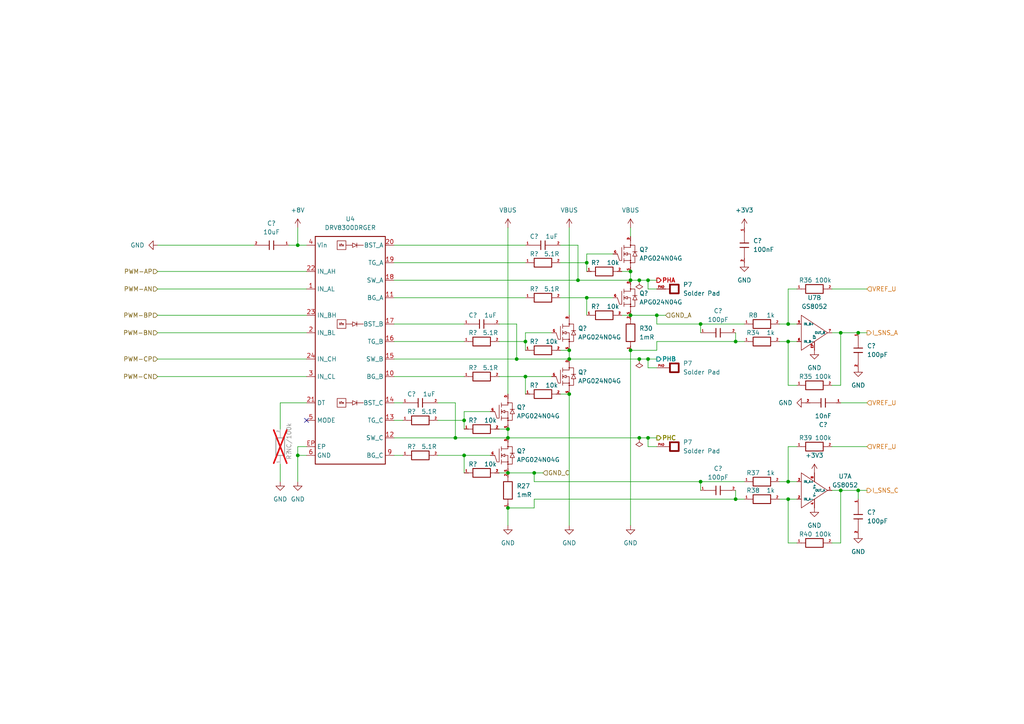
<source format=kicad_sch>
(kicad_sch (version 20230121) (generator eeschema)
  (paper "A4")
  (lib_symbols
    (symbol "001_Basic_PassiveComponents:001_Resistor" (pin_names (offset 1.016))
      (property "Reference" "R" (at -4.445 -2.54 0))
      (property "Value" "001_Resistor" (at 0 2.54 0))
      (symbol "001_Resistor_0_1"
        (polyline (pts (xy -3.81 0) (xy -2.54 0)))
        (polyline (pts (xy 2.54 0) (xy 3.81 0)))
      )
      (symbol "001_Resistor_1_1"
        (rectangle (start -2.54 1.27) (end 2.54 -1.27) (stroke (width 0.254)))
        (pin passive line (at -5.08 0 0) (length 1.27) (name "~") (number "1"))
        (pin passive line (at 5.08 0 180) (length 1.27) (name "~") (number "2"))
      )
    )
    (symbol "001_Basic_PassiveComponents:101_Capacitor" (pin_names (offset 1.016))
      (property "Reference" "C" (at -4.445 -2.54 0))
      (property "Value" "101_Capacitor" (at 0 2.54 0))
      (symbol "101_Capacitor_0_1"
        (polyline (pts (xy -3.81 0) (xy -0.635 0)))
        (polyline (pts (xy 0.635 0) (xy 3.81 0)))
      )
      (symbol "101_Capacitor_1_1"
        (polyline (pts (xy -0.635 1.27) (xy -0.635 -1.27)) (stroke (width 0.254)))
        (polyline (pts (xy 0.635 1.27) (xy 0.635 -1.27)) (stroke (width 0.254)))
        (pin passive line (at -5.08 0 0) (length 1.27) (name "~") (number "1"))
        (pin passive line (at 5.08 0 180) (length 1.27) (name "~") (number "2"))
      )
    )
    (symbol "101_IntegratedCircuit_Amplifier:GS8052-FR" (pin_names (offset 0.635))
      (property "Reference" "U" (at 2.54 3.81 0))
      (property "Value" "GS8052" (at 6.35 6.35 0))
      (symbol "GS8052-FR_0_1"
        (polyline (pts (xy -3.81 5.08) (xy 3.81 0) (xy -3.81 -5.08) (xy -3.81 5.08)))
      )
      (symbol "GS8052-FR_1_1"
        (pin output line (at 5.08 0 180) (length 1.27) (name "OUT_A") (number "1"))
        (pin input line (at -5.08 -2.54 0) (length 1.27) (name "IN_A-") (number "2"))
        (pin input line (at -5.08 2.54 0) (length 1.27) (name "IN_A+") (number "3"))
        (pin power_in line (at 0 -5.08 90) (length 2.54) (name "V-") (number "4"))
        (pin power_in line (at 0 5.08 270) (length 2.54) (name "V+") (number "8"))
      )
      (symbol "GS8052-FR_2_1"
        (pin input line (at -5.08 2.54 0) (length 1.27) (name "IN_B+") (number "5"))
        (pin input line (at -5.08 -2.54 0) (length 1.27) (name "IN_B-") (number "6"))
        (pin output line (at 5.08 0 180) (length 1.27) (name "OUT_B") (number "7"))
        (pin passive line (at 0 -5.08 90) (length 2.54) (name "EP") (number "EP"))
      )
    )
    (symbol "105_IntegratedCircuit_TransistorDriver:DRV8300D"
      (property "Reference" "U" (at -7.62 -35.56 0))
      (property "Value" "DRV8300D" (at 0 35.56 0))
      (symbol "DRV8300D_0_0"
        (text_box "Vin" (at -3.81 -13.97 0) (size 2.54 -2.54) (effects (font (size 0.635 0.635))))
        (text_box "Vin" (at -3.81 8.89 0) (size 2.54 -2.54) (effects (font (size 0.635 0.635))))
        (text_box "Vin" (at -3.81 31.75 0) (size 2.54 -2.54) (effects (font (size 0.635 0.635))))
      )
      (symbol "DRV8300D_0_1"
        (polyline (pts (xy -1.27 -15.24) (xy 0.635 -15.24)))
        (polyline (pts (xy -1.27 7.62) (xy 0.635 7.62)))
        (polyline (pts (xy -1.27 30.48) (xy 0.635 30.48)))
        (polyline (pts (xy 3.81 -15.24) (xy 1.905 -15.24)))
        (polyline (pts (xy 3.81 7.62) (xy 1.905 7.62)))
        (polyline (pts (xy 3.81 30.48) (xy 1.905 30.48)))
      )
      (symbol "DRV8300D_1_1"
        (rectangle (start -10.16 33.02) (end 10.16 -33.02) (stroke (width 0.254)))
        (polyline (pts (xy 1.905 -15.875) (xy 1.905 -14.605)))
        (polyline (pts (xy 1.905 6.985) (xy 1.905 8.255)))
        (polyline (pts (xy 1.905 29.845) (xy 1.905 31.115)))
        (polyline (pts (xy 0.635 -15.875) (xy 1.905 -15.24) (xy 0.635 -14.605) (xy 0.635 -15.875)))
        (polyline (pts (xy 0.635 6.985) (xy 1.905 7.62) (xy 0.635 8.255) (xy 0.635 6.985)))
        (polyline (pts (xy 0.635 29.845) (xy 1.905 30.48) (xy 0.635 31.115) (xy 0.635 29.845)))
        (pin input line (at -12.7 17.78 0) (length 2.54) (name "IN_AL") (number "1"))
        (pin output line (at 12.7 -7.62 180) (length 2.54) (name "BG_B") (number "10"))
        (pin output line (at 12.7 15.24 180) (length 2.54) (name "BG_A") (number "11"))
        (pin power_in line (at 12.7 -25.4 180) (length 2.54) (name "SW_C") (number "12"))
        (pin output line (at 12.7 -20.32 180) (length 2.54) (name "TG_C") (number "13"))
        (pin power_out line (at 12.7 -15.24 180) (length 2.54) (name "BST_C") (number "14"))
        (pin power_in line (at 12.7 -2.54 180) (length 2.54) (name "SW_B") (number "15"))
        (pin output line (at 12.7 2.54 180) (length 2.54) (name "TG_B") (number "16"))
        (pin power_out line (at 12.7 7.62 180) (length 2.54) (name "BST_B") (number "17"))
        (pin power_in line (at 12.7 20.32 180) (length 2.54) (name "SW_A") (number "18"))
        (pin output line (at 12.7 25.4 180) (length 2.54) (name "TG_A") (number "19"))
        (pin input line (at -12.7 5.08 0) (length 2.54) (name "IN_BL") (number "2"))
        (pin power_out line (at 12.7 30.48 180) (length 2.54) (name "BST_A") (number "20"))
        (pin passive line (at -12.7 -15.24 0) (length 2.54) (name "DT") (number "21"))
        (pin input line (at -12.7 22.86 0) (length 2.54) (name "IN_AH") (number "22"))
        (pin input line (at -12.7 10.16 0) (length 2.54) (name "IN_BH") (number "23"))
        (pin input line (at -12.7 -2.54 0) (length 2.54) (name "IN_CH") (number "24"))
        (pin input line (at -12.7 -7.62 0) (length 2.54) (name "IN_CL") (number "3"))
        (pin power_in line (at -12.7 30.48 0) (length 2.54) (name "Vin") (number "4"))
        (pin passive line (at -12.7 -20.32 0) (length 2.54) (name "MODE") (number "5"))
        (pin power_in line (at -12.7 -30.48 0) (length 2.54) (name "GND") (number "6"))
        (pin no_connect line (at -2.54 -35.56 90) (length 2.54) hide (name "NC") (number "7"))
        (pin no_connect line (at 0 -35.56 90) (length 2.54) hide (name "NC") (number "8"))
        (pin output line (at 12.7 -30.48 180) (length 2.54) (name "BG_C") (number "9"))
        (pin passive line (at -12.7 -27.94 0) (length 2.54) (name "EP") (number "EP"))
      )
    )
    (symbol "202_Power_Transistor:HSBA4052" (pin_names (offset 1.016) hide)
      (property "Reference" "Q" (at 3.175 -1.27 0))
      (property "Value" "HSBA4052" (at 7.62 1.27 0))
      (symbol "HSBA4052_0_1"
        (circle (center 0 -2.54) (radius 0.127) (fill (type outline)))
        (circle (center 0 -1.905) (radius 0.127) (fill (type outline)))
        (polyline (pts (xy -1.905 -1.905) (xy 0 -1.905)))
        (polyline (pts (xy -1.905 -1.27) (xy -1.905 -2.54)))
        (polyline (pts (xy -1.905 0.635) (xy -1.905 -0.635)))
        (polyline (pts (xy -1.905 1.905) (xy 0 1.905)))
        (polyline (pts (xy -1.905 2.54) (xy -1.905 1.27)))
        (polyline (pts (xy 0 -1.905) (xy 0 -3.81)))
        (polyline (pts (xy 0 3.81) (xy 0 1.905)))
        (polyline (pts (xy 0.635 0.635) (xy 1.905 0.635)))
        (polyline (pts (xy -0.889 0) (xy 0 0) (xy 0 -1.905)))
        (polyline (pts (xy 0 -2.54) (xy 1.27 -2.54) (xy 1.27 -0.635)))
        (polyline (pts (xy 0 2.54) (xy 1.27 2.54) (xy 1.27 0.635)))
        (polyline (pts (xy -2.54 1.905) (xy -2.54 -1.905) (xy -3.175 -1.905) (xy -3.81 0)))
        (polyline (pts (xy -1.905 0) (xy -0.889 0.381) (xy -0.889 -0.381) (xy -1.905 0)))
        (polyline (pts (xy 1.27 0.635) (xy 0.635 -0.635) (xy 1.905 -0.635) (xy 1.27 0.635)))
        (circle (center 0 2.54) (radius 0.127) (fill (type outline)))
      )
      (symbol "HSBA4052_1_1"
        (pin passive line (at 0 5.08 270) (length 1.27) (name "Drain") (number "D"))
        (pin passive line (at -5.08 0 0) (length 1.27) (name "Gate") (number "G"))
        (pin passive line (at 0 -5.08 90) (length 1.27) (name "Source") (number "S"))
      )
    )
    (symbol "301_Link_Pad:Pad_Square" (pin_names hide)
      (property "Reference" "P" (at -2.54 -2.54 0))
      (property "Value" "Pad_Square" (at 0 3.81 0))
      (symbol "Pad_Square_0_1"
        (rectangle (start -1.27 1.27) (end 1.27 -1.27) (stroke (width 0.5)))
        (polyline (pts (xy -2.54 0) (xy -1.27 0)) (stroke (width 0.1524)))
      )
      (symbol "Pad_Square_1_1"
        (pin passive line (at -5.08 0 0) (length 2.54) (name "PAD") (number "PAD"))
      )
    )
    (symbol "PowerPort:+3V3" (power) (pin_names (offset 0))
      (property "Value" "+3V3" (at 0 3.556 0))
      (symbol "+3V3_0_1"
        (polyline (pts (xy -0.762 1.27) (xy 0 2.54)))
        (polyline (pts (xy 0 0) (xy 0 2.54)))
        (polyline (pts (xy 0 2.54) (xy 0.762 1.27)))
      )
      (symbol "+3V3_1_1"
        (pin power_in line (at 0 0 90) (length 0) hide (name "+3V3") (number "1"))
      )
    )
    (symbol "PowerPort:+8V" (power) (pin_names (offset 0))
      (property "Value" "+8V" (at 0 3.556 0))
      (symbol "+8V_0_1"
        (polyline (pts (xy -0.762 1.27) (xy 0 2.54)))
        (polyline (pts (xy 0 0) (xy 0 2.54)))
        (polyline (pts (xy 0 2.54) (xy 0.762 1.27)))
      )
      (symbol "+8V_1_1"
        (pin power_in line (at 0 0 90) (length 0) hide (name "+8V") (number "1"))
      )
    )
    (symbol "PowerPort:GND" (power) (pin_names (offset 0))
      (property "Value" "GND" (at 0 -3.81 0))
      (symbol "GND_0_1"
        (polyline (pts (xy 0 0) (xy 0 -1.27) (xy 1.27 -1.27) (xy 0 -2.54) (xy -1.27 -1.27) (xy 0 -1.27)))
      )
      (symbol "GND_1_1"
        (pin power_in line (at 0 0 270) (length 0) hide (name "GND") (number "1"))
      )
    )
    (symbol "PowerPort:PWR_FLAG" (power) (pin_numbers hide) (pin_names (offset 0) hide)
      (property "Value" "PWR_FLAG" (at 0 3.81 0))
      (symbol "PWR_FLAG_0_0"
        (pin power_out line (at 0 0 90) (length 0) (name "pwr") (number "1"))
      )
      (symbol "PWR_FLAG_0_1"
        (polyline (pts (xy 0 0) (xy 0 1.27) (xy -1.016 1.905) (xy 0 2.54) (xy 1.016 1.905) (xy 0 1.27)))
      )
    )
    (symbol "PowerPort:VBUS" (power) (pin_names (offset 0))
      (property "Value" "VBUS" (at 0 3.81 0))
      (symbol "VBUS_0_1"
        (polyline (pts (xy -0.762 1.27) (xy 0 2.54)))
        (polyline (pts (xy 0 0) (xy 0 2.54)))
        (polyline (pts (xy 0 2.54) (xy 0.762 1.27)))
      )
      (symbol "VBUS_1_1"
        (pin power_in line (at 0 0 90) (length 0) hide (name "VBUS") (number "1"))
      )
    )
  )
  (junction (at 147.32 137.16))
  (junction (at 228.6 93.98))
  (junction (at 147.32 124.46))
  (junction (at 86.36 71.12))
  (junction (at 190.5 91.44))
  (junction (at 185.42 81.28))
  (junction (at 152.4 109.22))
  (junction (at 134.62 121.92))
  (junction (at 213.36 144.78))
  (junction (at 132.08 127))
  (junction (at 149.86 104.14))
  (junction (at 154.94 137.16))
  (junction (at 187.96 104.14))
  (junction (at 182.88 101.6))
  (junction (at 86.36 132.08))
  (junction (at 185.42 104.14))
  (junction (at 170.18 76.2))
  (junction (at 167.64 81.28))
  (junction (at 228.6 139.7))
  (junction (at 203.2 139.7))
  (junction (at 147.32 127))
  (junction (at 228.6 99.06))
  (junction (at 134.62 132.08))
  (junction (at 187.96 127))
  (junction (at 243.84 96.52))
  (junction (at 248.92 96.52))
  (junction (at 213.36 99.06))
  (junction (at 147.32 147.32))
  (junction (at 170.18 86.36))
  (junction (at 187.96 81.28))
  (junction (at 185.42 127))
  (junction (at 165.1 101.6))
  (junction (at 248.92 142.24))
  (junction (at 182.88 91.44))
  (junction (at 243.84 142.24))
  (junction (at 228.6 144.78))
  (junction (at 182.88 78.74))
  (junction (at 203.2 93.98))
  (junction (at 165.1 104.14))
  (junction (at 182.88 81.28))
  (junction (at 152.4 99.06))
  (junction (at 165.1 114.3))
  (no_connect (at 88.9 121.92))
  (wire (pts (xy 243.84 96.52) (xy 243.84 111.76)))
  (wire (pts (xy 114.3 93.98) (xy 134.62 93.98)))
  (wire (pts (xy 226.06 144.78) (xy 228.6 144.78)))
  (wire (pts (xy 45.72 109.22) (xy 88.9 109.22)))
  (wire (pts (xy 167.64 81.28) (xy 182.88 81.28)))
  (wire (pts (xy 134.62 119.38) (xy 142.24 119.38)))
  (wire (pts (xy 243.84 96.52) (xy 248.92 96.52)))
  (wire (pts (xy 187.96 83.82) (xy 187.96 81.28)))
  (wire (pts (xy 226.06 99.06) (xy 228.6 99.06)))
  (wire (pts (xy 127 116.84) (xy 132.08 116.84)))
  (wire (pts (xy 231.14 83.82) (xy 228.6 83.82)))
  (wire (pts (xy 241.3 111.76) (xy 243.84 111.76)))
  (wire (pts (xy 241.3 157.48) (xy 243.84 157.48)))
  (wire (pts (xy 114.3 116.84) (xy 116.84 116.84)))
  (wire (pts (xy 162.56 76.2) (xy 170.18 76.2)))
  (wire (pts (xy 185.42 81.28) (xy 187.96 81.28)))
  (wire (pts (xy 114.3 76.2) (xy 152.4 76.2)))
  (wire (pts (xy 114.3 86.36) (xy 152.4 86.36)))
  (wire (pts (xy 114.3 104.14) (xy 149.86 104.14)))
  (wire (pts (xy 228.6 93.98) (xy 231.14 93.98)))
  (wire (pts (xy 147.32 127) (xy 147.32 124.46)))
  (wire (pts (xy 180.34 91.44) (xy 182.88 91.44)))
  (wire (pts (xy 228.6 83.82) (xy 228.6 93.98)))
  (wire (pts (xy 86.36 132.08) (xy 88.9 132.08)))
  (wire (pts (xy 152.4 114.3) (xy 152.4 109.22)))
  (wire (pts (xy 149.86 104.14) (xy 165.1 104.14)))
  (wire (pts (xy 45.72 71.12) (xy 73.66 71.12)))
  (wire (pts (xy 81.28 134.62) (xy 81.28 139.7)))
  (wire (pts (xy 162.56 86.36) (xy 170.18 86.36)))
  (wire (pts (xy 165.1 114.3) (xy 165.1 152.4)))
  (wire (pts (xy 154.94 144.78) (xy 154.94 147.32)))
  (wire (pts (xy 182.88 66.04) (xy 182.88 68.58)))
  (wire (pts (xy 228.6 99.06) (xy 231.14 99.06)))
  (wire (pts (xy 152.4 109.22) (xy 160.02 109.22)))
  (wire (pts (xy 170.18 86.36) (xy 177.8 86.36)))
  (wire (pts (xy 147.32 137.16) (xy 154.94 137.16)))
  (wire (pts (xy 86.36 129.54) (xy 88.9 129.54)))
  (wire (pts (xy 190.5 129.54) (xy 187.96 129.54)))
  (wire (pts (xy 154.94 137.16) (xy 157.48 137.16)))
  (wire (pts (xy 134.62 132.08) (xy 142.24 132.08)))
  (wire (pts (xy 243.84 157.48) (xy 243.84 142.24)))
  (wire (pts (xy 144.78 137.16) (xy 147.32 137.16)))
  (wire (pts (xy 248.92 96.52) (xy 251.46 96.52)))
  (wire (pts (xy 144.78 93.98) (xy 149.86 93.98)))
  (wire (pts (xy 154.94 137.16) (xy 154.94 139.7)))
  (wire (pts (xy 134.62 137.16) (xy 134.62 132.08)))
  (wire (pts (xy 228.6 139.7) (xy 231.14 139.7)))
  (wire (pts (xy 144.78 109.22) (xy 152.4 109.22)))
  (wire (pts (xy 190.5 93.98) (xy 190.5 91.44)))
  (wire (pts (xy 45.72 83.82) (xy 88.9 83.82)))
  (wire (pts (xy 226.06 139.7) (xy 228.6 139.7)))
  (wire (pts (xy 228.6 144.78) (xy 231.14 144.78)))
  (wire (pts (xy 152.4 96.52) (xy 160.02 96.52)))
  (wire (pts (xy 86.36 132.08) (xy 86.36 129.54)))
  (wire (pts (xy 190.5 106.68) (xy 187.96 106.68)))
  (wire (pts (xy 185.42 127) (xy 187.96 127)))
  (wire (pts (xy 182.88 81.28) (xy 185.42 81.28)))
  (wire (pts (xy 86.36 66.04) (xy 86.36 71.12)))
  (wire (pts (xy 190.5 99.06) (xy 190.5 101.6)))
  (wire (pts (xy 231.14 157.48) (xy 228.6 157.48)))
  (wire (pts (xy 45.72 104.14) (xy 88.9 104.14)))
  (wire (pts (xy 241.3 129.54) (xy 251.46 129.54)))
  (wire (pts (xy 226.06 93.98) (xy 228.6 93.98)))
  (wire (pts (xy 215.9 93.98) (xy 203.2 93.98)))
  (wire (pts (xy 203.2 139.7) (xy 203.2 142.24)))
  (wire (pts (xy 134.62 121.92) (xy 134.62 119.38)))
  (wire (pts (xy 165.1 104.14) (xy 185.42 104.14)))
  (wire (pts (xy 182.88 91.44) (xy 190.5 91.44)))
  (wire (pts (xy 162.56 71.12) (xy 167.64 71.12)))
  (wire (pts (xy 185.42 104.14) (xy 187.96 104.14)))
  (wire (pts (xy 228.6 111.76) (xy 228.6 99.06)))
  (wire (pts (xy 170.18 73.66) (xy 177.8 73.66)))
  (wire (pts (xy 180.34 78.74) (xy 182.88 78.74)))
  (wire (pts (xy 132.08 116.84) (xy 132.08 127)))
  (wire (pts (xy 45.72 96.52) (xy 88.9 96.52)))
  (wire (pts (xy 203.2 93.98) (xy 190.5 93.98)))
  (wire (pts (xy 203.2 93.98) (xy 203.2 96.52)))
  (wire (pts (xy 165.1 66.04) (xy 165.1 91.44)))
  (wire (pts (xy 187.96 129.54) (xy 187.96 127)))
  (wire (pts (xy 167.64 71.12) (xy 167.64 81.28)))
  (wire (pts (xy 187.96 127) (xy 190.5 127)))
  (wire (pts (xy 162.56 101.6) (xy 165.1 101.6)))
  (wire (pts (xy 228.6 129.54) (xy 228.6 139.7)))
  (wire (pts (xy 213.36 99.06) (xy 190.5 99.06)))
  (wire (pts (xy 182.88 101.6) (xy 182.88 152.4)))
  (wire (pts (xy 86.36 71.12) (xy 83.82 71.12)))
  (wire (pts (xy 127 132.08) (xy 134.62 132.08)))
  (wire (pts (xy 114.3 71.12) (xy 152.4 71.12)))
  (wire (pts (xy 45.72 91.44) (xy 88.9 91.44)))
  (wire (pts (xy 81.28 124.46) (xy 81.28 116.84)))
  (wire (pts (xy 114.3 99.06) (xy 134.62 99.06)))
  (wire (pts (xy 144.78 99.06) (xy 152.4 99.06)))
  (wire (pts (xy 228.6 157.48) (xy 228.6 144.78)))
  (wire (pts (xy 213.36 144.78) (xy 154.94 144.78)))
  (wire (pts (xy 127 121.92) (xy 134.62 121.92)))
  (wire (pts (xy 132.08 127) (xy 147.32 127)))
  (wire (pts (xy 243.84 116.84) (xy 251.46 116.84)))
  (wire (pts (xy 182.88 81.28) (xy 182.88 78.74)))
  (wire (pts (xy 231.14 129.54) (xy 228.6 129.54)))
  (wire (pts (xy 45.72 78.74) (xy 88.9 78.74)))
  (wire (pts (xy 187.96 81.28) (xy 190.5 81.28)))
  (wire (pts (xy 170.18 76.2) (xy 170.18 78.74)))
  (wire (pts (xy 215.9 99.06) (xy 213.36 99.06)))
  (wire (pts (xy 213.36 142.24) (xy 213.36 144.78)))
  (wire (pts (xy 187.96 106.68) (xy 187.96 104.14)))
  (wire (pts (xy 190.5 91.44) (xy 193.04 91.44)))
  (wire (pts (xy 241.3 142.24) (xy 243.84 142.24)))
  (wire (pts (xy 165.1 104.14) (xy 165.1 101.6)))
  (wire (pts (xy 114.3 121.92) (xy 116.84 121.92)))
  (wire (pts (xy 147.32 127) (xy 185.42 127)))
  (wire (pts (xy 152.4 99.06) (xy 152.4 101.6)))
  (wire (pts (xy 213.36 96.52) (xy 213.36 99.06)))
  (wire (pts (xy 114.3 132.08) (xy 116.84 132.08)))
  (wire (pts (xy 231.14 111.76) (xy 228.6 111.76)))
  (wire (pts (xy 182.88 101.6) (xy 190.5 101.6)))
  (wire (pts (xy 248.92 142.24) (xy 251.46 142.24)))
  (wire (pts (xy 147.32 66.04) (xy 147.32 114.3)))
  (wire (pts (xy 86.36 139.7) (xy 86.36 132.08)))
  (wire (pts (xy 134.62 121.92) (xy 134.62 124.46)))
  (wire (pts (xy 86.36 71.12) (xy 88.9 71.12)))
  (wire (pts (xy 152.4 99.06) (xy 152.4 96.52)))
  (wire (pts (xy 170.18 91.44) (xy 170.18 86.36)))
  (wire (pts (xy 215.9 144.78) (xy 213.36 144.78)))
  (wire (pts (xy 144.78 124.46) (xy 147.32 124.46)))
  (wire (pts (xy 215.9 139.7) (xy 203.2 139.7)))
  (wire (pts (xy 241.3 83.82) (xy 251.46 83.82)))
  (wire (pts (xy 114.3 81.28) (xy 167.64 81.28)))
  (wire (pts (xy 154.94 147.32) (xy 147.32 147.32)))
  (wire (pts (xy 190.5 83.82) (xy 187.96 83.82)))
  (wire (pts (xy 162.56 114.3) (xy 165.1 114.3)))
  (wire (pts (xy 114.3 109.22) (xy 134.62 109.22)))
  (wire (pts (xy 81.28 116.84) (xy 88.9 116.84)))
  (wire (pts (xy 147.32 147.32) (xy 147.32 152.4)))
  (wire (pts (xy 154.94 139.7) (xy 203.2 139.7)))
  (wire (pts (xy 149.86 93.98) (xy 149.86 104.14)))
  (wire (pts (xy 243.84 142.24) (xy 248.92 142.24)))
  (wire (pts (xy 187.96 104.14) (xy 190.5 104.14)))
  (wire (pts (xy 243.84 96.52) (xy 241.3 96.52)))
  (wire (pts (xy 170.18 76.2) (xy 170.18 73.66)))
  (wire (pts (xy 248.92 142.24) (xy 248.92 144.78)))
  (wire (pts (xy 114.3 127) (xy 132.08 127)))
  (hierarchical_label "PHB" (shape output) (at 190.5 104.14 0) (effects (font (thickness 0.254) bold)))
  (hierarchical_label "GND_A" (shape input) (at 193.04 91.44 0))
  (hierarchical_label "PWM-BN" (shape input) (at 45.72 96.52 180))
  (hierarchical_label "PWM-CP" (shape input) (at 45.72 104.14 180))
  (hierarchical_label "PWM-AP" (shape input) (at 45.72 78.74 180))
  (hierarchical_label "I_SNS_C" (shape output) (at 251.46 142.24 0))
  (hierarchical_label "PHC" (shape output) (at 190.5 127 0) (effects (font (thickness 0.254) bold)))
  (hierarchical_label "GND_C" (shape input) (at 157.48 137.16 0))
  (hierarchical_label "VREF_U" (shape input) (at 251.46 129.54 0))
  (hierarchical_label "PWM-CN" (shape input) (at 45.72 109.22 180))
  (hierarchical_label "VREF_U" (shape input) (at 251.46 83.82 0))
  (hierarchical_label "I_SNS_A" (shape output) (at 251.46 96.52 0))
  (hierarchical_label "PWM-BP" (shape input) (at 45.72 91.44 180))
  (hierarchical_label "PWM-AN" (shape input) (at 45.72 83.82 180))
  (hierarchical_label "PHA" (shape output) (at 190.5 81.28 0) (effects (font bold)))
  (hierarchical_label "VREF_U" (shape input) (at 251.46 116.84 0))
  (symbol (lib_id "001_Basic_PassiveComponents:001_Resistor") (at 220.98 99.06 0) (unit 1)
    (property "Reference" "R34" (at 218.44 96.52 0))
    (property "Value" "1k" (at 223.52 96.52 0))
    (property "Footprint" "001_GN_RCL_SMD:R0201(0603M)" (effects hide))
    (property "Symbol type" "Alternate Source" (effects hide))
  )
  (symbol (lib_id "PowerPort:GND") (at 86.36 139.7 0) (unit 1)
    (property "Reference" "#PWR?" (effects hide))
    (property "Value" "GND" (at 86.36 144.78 0))
    (instances (project "ESC-CTRL" (path "" (reference "#PWR?") (unit 1)) (path "" (reference "#PWR?") (unit 1)) (path "" (reference "#PWR?") (unit 1)) (path "" (reference "#PWR?") (unit 1)) (path "" (reference "#PWR?") (unit 1))) (project "ESC_AT32" (path "" (reference "#PWR?") (unit 1))) (project "WK-ESC305" (path "" (reference "#PWR?") (unit 1)) (path "" (reference "#PWR?") (unit 1)) (path "" (reference "#PWR?") (unit 1)) (path "" (reference "#PWR?") (unit 1))) (project "ESC_GEMINI" (path "" (reference "#PWR081") (unit 1))))
  )
  (symbol (lib_id "PowerPort:VBUS") (at 165.1 66.04 0) (unit 1)
    (property "Reference" "#PWR084" (effects hide))
    (property "Value" "VBUS" (at 165.1 60.96 0))
  )
  (symbol (lib_id "001_Basic_PassiveComponents:101_Capacitor") (at 139.7 93.98 0) (unit 1)
    (property "Reference" "C?" (at 137.16 91.44 0))
    (property "Value" "1uF" (at 142.24 91.44 0))
    (property "Footprint" "001_GN_RCL_SMD:C0201(0603M)" (effects hide))
    (property "Symbol type" "Alternate Source" (effects hide))
    (instances (project "ESC-CTRL" (path "" (reference "C?") (unit 1)) (path "" (reference "C?") (unit 1)) (path "" (reference "C?") (unit 1)) (path "" (reference "C?") (unit 1))) (project "WK-ESC305" (path "" (reference "C?") (unit 1)) (path "" (reference "C?") (unit 1)) (path "" (reference "C?") (unit 1)) (path "" (reference "C?") (unit 1))) (project "ESC_GEMINI" (path "" (reference "C43") (unit 1))))
  )
  (symbol (lib_id "PowerPort:+3V3") (at 215.9 66.04 0) (unit 1)
    (property "Reference" "#PWR?" (effects hide))
    (property "Value" "+3V3" (at 215.9 60.96 0))
    (instances (project "ESC-CTRL" (path "" (reference "#PWR?") (unit 1))) (project "ESC_AT32" (path "" (reference "#PWR?") (unit 1))) (project "WK-ESC305" (path "" (reference "#PWR?") (unit 1))) (project "ESC_GEMINI" (path "" (reference "#PWR?") (unit 1)) (path "" (reference "#PWR092") (unit 1))))
  )
  (symbol (lib_id "PowerPort:GND") (at 248.92 154.94 0) (unit 1)
    (property "Reference" "#PWR?" (effects hide))
    (property "Value" "GND" (at 248.92 160.02 0))
    (instances (project "ESC-CTRL" (path "" (reference "#PWR?") (unit 1)) (path "" (reference "#PWR?") (unit 1)) (path "" (reference "#PWR?") (unit 1)) (path "" (reference "#PWR?") (unit 1)) (path "" (reference "#PWR?") (unit 1))) (project "ESC_AT32" (path "" (reference "#PWR?") (unit 1))) (project "WK-ESC305" (path "" (reference "#PWR?") (unit 1)) (path "" (reference "#PWR?") (unit 1)) (path "" (reference "#PWR?") (unit 1)) (path "" (reference "#PWR?") (unit 1))) (project "ESC_GEMINI" (path "" (reference "#PWR010") (unit 1))))
  )
  (symbol (lib_id "001_Basic_PassiveComponents:001_Resistor") (at 236.22 129.54 0) (unit 1)
    (property "Reference" "R39" (at 233.68 127 0))
    (property "Value" "100k" (at 238.76 127 0))
    (property "Footprint" "001_GN_RCL_SMD:R0201(0603M)" (effects hide))
    (property "Symbol type" "Alternate Source" (effects hide))
  )
  (symbol (lib_id "001_Basic_PassiveComponents:101_Capacitor") (at 238.76 116.84 180) (unit 1)
    (property "Reference" "C?" (at 238.76 123.19 0))
    (property "Value" "10nF" (at 238.76 120.65 0))
    (property "Footprint" "001_GN_RCL_SMD:C0201(0603M)" (effects hide))
    (property "Symbol type" "Alternate Source" (effects hide))
    (instances (project "ESC-CTRL" (path "" (reference "C?") (unit 1))) (project "ESC_AT32" (path "" (reference "C?") (unit 1))) (project "WK-ESC305" (path "" (reference "C?") (unit 1))) (project "ESC_GEMINI" (path "" (reference "C?") (unit 1)) (path "" (reference "C46") (unit 1))))
  )
  (symbol (lib_id "101_IntegratedCircuit_Amplifier:GS8052-FR") (at 236.22 142.24 0) (unit 1)
    (property "Reference" "U7" (at 245.11 138.1555 0))
    (property "Value" "GS8052" (at 245.11 140.6955 0))
    (property "Footprint" "003_GN_SMALL-SEMI_SMD:DFN-8_2020" (effects hide))
    (property "Symbol type" "Alternate Source" (effects hide))
    (property "LCSC" "C605423" (effects hide))
    (property "JlcRotOffset" "0" (effects hide))
  )
  (symbol (lib_id "PowerPort:GND") (at 248.92 106.68 0) (mirror y) (unit 1)
    (property "Reference" "#PWR?" (effects hide))
    (property "Value" "GND" (at 248.92 111.76 0))
    (instances (project "ESC-CTRL" (path "" (reference "#PWR?") (unit 1)) (path "" (reference "#PWR?") (unit 1)) (path "" (reference "#PWR?") (unit 1)) (path "" (reference "#PWR?") (unit 1)) (path "" (reference "#PWR?") (unit 1))) (project "ESC_AT32" (path "" (reference "#PWR?") (unit 1))) (project "WK-ESC305" (path "" (reference "#PWR?") (unit 1)) (path "" (reference "#PWR?") (unit 1)) (path "" (reference "#PWR?") (unit 1)) (path "" (reference "#PWR?") (unit 1))) (project "ESC_GEMINI" (path "" (reference "#PWR011") (unit 1))))
  )
  (symbol (lib_id "PowerPort:VBUS") (at 182.88 66.04 0) (unit 1)
    (property "Reference" "#PWR086" (effects hide))
    (property "Value" "VBUS" (at 182.88 60.96 0))
  )
  (symbol (lib_id "001_Basic_PassiveComponents:001_Resistor") (at 157.48 101.6 0) (unit 1)
    (property "Reference" "R?" (at 154.94 99.06 0))
    (property "Value" "10k" (at 160.02 99.06 0))
    (property "Footprint" "001_GN_RCL_SMD:R0201(0603M)" (effects hide))
    (property "Symbol type" "Alternate Source" (effects hide))
    (instances (project "ESC-CTRL" (path "" (reference "R?") (unit 1)) (path "" (reference "R?") (unit 1)) (path "" (reference "R?") (unit 1)) (path "" (reference "R?") (unit 1))) (project "WK-ESC305" (path "" (reference "R?") (unit 1)) (path "" (reference "R?") (unit 1)) (path "" (reference "R?") (unit 1)) (path "" (reference "R?") (unit 1))) (project "ESC_GEMINI" (path "" (reference "R25") (unit 1))))
  )
  (symbol (lib_id "202_Power_Transistor:HSBA4052") (at 147.32 119.38 0) (unit 1)
    (property "Reference" "Q?" (at 149.86 118.11 0) (effects (justify left)))
    (property "Value" "APG024N04G" (at 149.86 120.65 0) (effects (justify left)))
    (property "Footprint" "ESC:SON-FET_6050" (effects hide))
    (property "Symbol type" "Specified Device" (effects hide))
    (instances (project "WK-ESC305" (path "" (reference "Q?") (unit 1)) (path "" (reference "Q?") (unit 1)) (path "" (reference "Q?") (unit 1)) (path "" (reference "Q?") (unit 1))) (project "ESC_GEMINI" (path "" (reference "Q1") (unit 1))) (project "WK-ESC" (path "" (reference "Q?") (unit 1)) (path "" (reference "Q?") (unit 1)) (path "" (reference "Q?") (unit 1)) (path "" (reference "Q?") (unit 1))))
  )
  (symbol (lib_id "001_Basic_PassiveComponents:101_Capacitor") (at 157.48 71.12 0) (unit 1)
    (property "Reference" "C?" (at 154.94 68.58 0))
    (property "Value" "1uF" (at 160.02 68.58 0))
    (property "Footprint" "001_GN_RCL_SMD:C0201(0603M)" (effects hide))
    (property "Symbol type" "Alternate Source" (effects hide))
    (instances (project "ESC-CTRL" (path "" (reference "C?") (unit 1)) (path "" (reference "C?") (unit 1)) (path "" (reference "C?") (unit 1)) (path "" (reference "C?") (unit 1))) (project "WK-ESC305" (path "" (reference "C?") (unit 1)) (path "" (reference "C?") (unit 1)) (path "" (reference "C?") (unit 1)) (path "" (reference "C?") (unit 1))) (project "ESC_GEMINI" (path "" (reference "C44") (unit 1))))
  )
  (symbol (lib_id "PowerPort:PWR_FLAG") (at 185.42 127 180) (unit 1)
    (property "Reference" "#FLG01" (effects hide))
    (property "Value" "PWR_FLAG" (effects hide))
    (instances (project "ESC_GEMINI" (path "" (reference "#FLG01") (unit 1)) (path "" (reference "#FLG06") (unit 1))))
  )
  (symbol (lib_id "001_Basic_PassiveComponents:001_Resistor") (at 236.22 83.82 0) (unit 1)
    (property "Reference" "R36" (at 233.68 81.28 0))
    (property "Value" "100k" (at 238.76 81.28 0))
    (property "Footprint" "001_GN_RCL_SMD:R0201(0603M)" (effects hide))
    (property "Symbol type" "Alternate Source" (effects hide))
  )
  (symbol (lib_id "001_Basic_PassiveComponents:001_Resistor") (at 175.26 91.44 0) (unit 1)
    (property "Reference" "R?" (at 172.72 88.9 0))
    (property "Value" "10k" (at 177.8 88.9 0))
    (property "Footprint" "001_GN_RCL_SMD:R0201(0603M)" (effects hide))
    (property "Symbol type" "Alternate Source" (effects hide))
    (instances (project "ESC-CTRL" (path "" (reference "R?") (unit 1)) (path "" (reference "R?") (unit 1)) (path "" (reference "R?") (unit 1)) (path "" (reference "R?") (unit 1))) (project "WK-ESC305" (path "" (reference "R?") (unit 1)) (path "" (reference "R?") (unit 1)) (path "" (reference "R?") (unit 1)) (path "" (reference "R?") (unit 1))) (project "ESC_GEMINI" (path "" (reference "R29") (unit 1))))
  )
  (symbol (lib_id "PowerPort:GND") (at 182.88 152.4 0) (unit 1)
    (property "Reference" "#PWR?" (effects hide))
    (property "Value" "GND" (at 182.88 157.48 0))
    (instances (project "ESC-CTRL" (path "" (reference "#PWR?") (unit 1)) (path "" (reference "#PWR?") (unit 1)) (path "" (reference "#PWR?") (unit 1)) (path "" (reference "#PWR?") (unit 1)) (path "" (reference "#PWR?") (unit 1))) (project "ESC_AT32" (path "" (reference "#PWR?") (unit 1))) (project "WK-ESC305" (path "" (reference "#PWR?") (unit 1)) (path "" (reference "#PWR?") (unit 1)) (path "" (reference "#PWR?") (unit 1)) (path "" (reference "#PWR?") (unit 1))) (project "ESC_GEMINI" (path "" (reference "#PWR087") (unit 1))))
  )
  (symbol (lib_id "PowerPort:GND") (at 165.1 152.4 0) (unit 1)
    (property "Reference" "#PWR?" (effects hide))
    (property "Value" "GND" (at 165.1 157.48 0))
    (instances (project "ESC-CTRL" (path "" (reference "#PWR?") (unit 1)) (path "" (reference "#PWR?") (unit 1)) (path "" (reference "#PWR?") (unit 1)) (path "" (reference "#PWR?") (unit 1)) (path "" (reference "#PWR?") (unit 1))) (project "ESC_AT32" (path "" (reference "#PWR?") (unit 1))) (project "WK-ESC305" (path "" (reference "#PWR?") (unit 1)) (path "" (reference "#PWR?") (unit 1)) (path "" (reference "#PWR?") (unit 1)) (path "" (reference "#PWR?") (unit 1))) (project "ESC_GEMINI" (path "" (reference "#PWR085") (unit 1))))
  )
  (symbol (lib_id "202_Power_Transistor:HSBA4052") (at 147.32 132.08 0) (unit 1)
    (property "Reference" "Q?" (at 149.86 130.81 0) (effects (justify left)))
    (property "Value" "APG024N04G" (at 149.86 133.35 0) (effects (justify left)))
    (property "Footprint" "ESC:SON-FET_6050" (effects hide))
    (property "Symbol type" "Specified Device" (effects hide))
    (instances (project "WK-ESC305" (path "" (reference "Q?") (unit 1)) (path "" (reference "Q?") (unit 1)) (path "" (reference "Q?") (unit 1)) (path "" (reference "Q?") (unit 1))) (project "ESC_GEMINI" (path "" (reference "Q2") (unit 1))) (project "WK-ESC" (path "" (reference "Q?") (unit 1)) (path "" (reference "Q?") (unit 1)) (path "" (reference "Q?") (unit 1)) (path "" (reference "Q?") (unit 1))))
  )
  (symbol (lib_id "301_Link_Pad:Pad_Square") (at 195.58 129.54 0) (unit 1) (in_bom no)
    (property "Reference" "P7" (at 198.12 128.27 0) (effects (justify left)))
    (property "Value" "Solder Pad" (at 198.12 130.81 0) (effects (justify left)))
    (property "Footprint" "ESC:EGP-Q_2722" (effects hide))
    (property "Symbol type" "Alternate Source" (effects hide))
    (instances (project "ESC_GEMINI" (path "" (reference "P7") (unit 1)) (path "" (reference "P11") (unit 1))))
  )
  (symbol (lib_id "001_Basic_PassiveComponents:101_Capacitor") (at 208.28 96.52 0) (unit 1)
    (property "Reference" "C?" (at 208.28 90.17 0))
    (property "Value" "100pF" (at 208.28 92.71 0))
    (property "Footprint" "001_GN_RCL_SMD:C0201(0603M)" (effects hide))
    (property "Symbol type" "Alternate Source" (effects hide))
    (instances (project "ESC-CTRL" (path "" (reference "C?") (unit 1))) (project "ESC_AT32" (path "" (reference "C?") (unit 1))) (project "WK-ESC305" (path "" (reference "C?") (unit 1))) (project "ESC_GEMINI" (path "" (reference "C?") (unit 1)) (path "" (reference "C49") (unit 1))))
  )
  (symbol (lib_id "001_Basic_PassiveComponents:001_Resistor") (at 236.22 111.76 0) (unit 1)
    (property "Reference" "R35" (at 233.68 109.22 0))
    (property "Value" "100k" (at 238.76 109.22 0))
    (property "Footprint" "001_GN_RCL_SMD:R0201(0603M)" (effects hide))
    (property "Symbol type" "Alternate Source" (effects hide))
  )
  (symbol (lib_id "PowerPort:GND") (at 236.22 101.6 0) (unit 1)
    (property "Reference" "#PWR?" (effects hide))
    (property "Value" "GND" (at 236.22 106.68 0))
    (instances (project "ESC-CTRL" (path "" (reference "#PWR?") (unit 1)) (path "" (reference "#PWR?") (unit 1)) (path "" (reference "#PWR?") (unit 1)) (path "" (reference "#PWR?") (unit 1)) (path "" (reference "#PWR?") (unit 1))) (project "ESC_AT32" (path "" (reference "#PWR?") (unit 1))) (project "WK-ESC305" (path "" (reference "#PWR?") (unit 1)) (path "" (reference "#PWR?") (unit 1)) (path "" (reference "#PWR?") (unit 1)) (path "" (reference "#PWR?") (unit 1))) (project "ESC_GEMINI" (path "" (reference "#PWR012") (unit 1))))
  )
  (symbol (lib_id "001_Basic_PassiveComponents:001_Resistor") (at 220.98 139.7 0) (unit 1)
    (property "Reference" "R37" (at 218.44 137.16 0))
    (property "Value" "1k" (at 223.52 137.16 0))
    (property "Footprint" "001_GN_RCL_SMD:R0201(0603M)" (effects hide))
    (property "Symbol type" "Alternate Source" (effects hide))
  )
  (symbol (lib_id "001_Basic_PassiveComponents:101_Capacitor") (at 248.92 101.6 90) (mirror x) (unit 1)
    (property "Reference" "C?" (at 251.46 100.33 90) (effects (justify right)))
    (property "Value" "100pF" (at 251.46 102.87 90) (effects (justify right)))
    (property "Footprint" "001_GN_RCL_SMD:C0201(0603M)" (effects hide))
    (property "Symbol type" "Alternate Source" (effects hide))
    (instances (project "ESC-CTRL" (path "" (reference "C?") (unit 1))) (project "ESC_AT32" (path "" (reference "C?") (unit 1))) (project "WK-ESC305" (path "" (reference "C?") (unit 1))) (project "ESC_GEMINI" (path "" (reference "C?") (unit 1)) (path "" (reference "C15") (unit 1))))
  )
  (symbol (lib_id "001_Basic_PassiveComponents:001_Resistor") (at 175.26 78.74 0) (unit 1)
    (property "Reference" "R?" (at 172.72 76.2 0))
    (property "Value" "10k" (at 177.8 76.2 0))
    (property "Footprint" "001_GN_RCL_SMD:R0201(0603M)" (effects hide))
    (property "Symbol type" "Alternate Source" (effects hide))
    (instances (project "ESC-CTRL" (path "" (reference "R?") (unit 1)) (path "" (reference "R?") (unit 1)) (path "" (reference "R?") (unit 1)) (path "" (reference "R?") (unit 1))) (project "WK-ESC305" (path "" (reference "R?") (unit 1)) (path "" (reference "R?") (unit 1)) (path "" (reference "R?") (unit 1)) (path "" (reference "R?") (unit 1))) (project "ESC_GEMINI" (path "" (reference "R28") (unit 1))))
  )
  (symbol (lib_id "001_Basic_PassiveComponents:001_Resistor") (at 157.48 114.3 0) (unit 1)
    (property "Reference" "R?" (at 154.94 111.76 0))
    (property "Value" "10k" (at 160.02 111.76 0))
    (property "Footprint" "001_GN_RCL_SMD:R0201(0603M)" (effects hide))
    (property "Symbol type" "Alternate Source" (effects hide))
    (instances (project "ESC-CTRL" (path "" (reference "R?") (unit 1)) (path "" (reference "R?") (unit 1)) (path "" (reference "R?") (unit 1)) (path "" (reference "R?") (unit 1))) (project "WK-ESC305" (path "" (reference "R?") (unit 1)) (path "" (reference "R?") (unit 1)) (path "" (reference "R?") (unit 1)) (path "" (reference "R?") (unit 1))) (project "ESC_GEMINI" (path "" (reference "R26") (unit 1))))
  )
  (symbol (lib_id "001_Basic_PassiveComponents:101_Capacitor") (at 78.74 71.12 180) (unit 1)
    (property "Reference" "C?" (at 78.74 64.77 0))
    (property "Value" "10uF" (at 78.74 67.31 0))
    (property "Footprint" "001_GN_RCL_SMD:C0603(1608M)" (effects hide))
    (property "Symbol type" "Alternate Source" (effects hide))
    (instances (project "ESC-CTRL" (path "" (reference "C?") (unit 1)) (path "" (reference "C?") (unit 1)) (path "" (reference "C?") (unit 1)) (path "" (reference "C?") (unit 1)) (path "" (reference "C?") (unit 1))) (project "ESC_AT32" (path "" (reference "C?") (unit 1))) (project "WK-ESC305" (path "" (reference "C?") (unit 1)) (path "" (reference "C?") (unit 1)) (path "" (reference "C?") (unit 1)) (path "" (reference "C?") (unit 1))) (project "ESC_GEMINI" (path "" (reference "C41") (unit 1))))
  )
  (symbol (lib_id "PowerPort:PWR_FLAG") (at 185.42 104.14 180) (unit 1)
    (property "Reference" "#FLG01" (effects hide))
    (property "Value" "PWR_FLAG" (effects hide))
    (instances (project "ESC_GEMINI" (path "" (reference "#FLG01") (unit 1)) (path "" (reference "#FLG05") (unit 1))))
  )
  (symbol (lib_id "001_Basic_PassiveComponents:001_Resistor") (at 182.88 96.52 90) (unit 1)
    (property "Reference" "R30" (at 185.42 95.25 90) (effects (justify right)))
    (property "Value" "1mR" (at 185.42 97.79 90) (effects (justify right)))
    (property "Footprint" "001_GN_RCL_SMD:R1206(3216M)" (effects hide))
    (property "Symbol type" "Alternate Source" (effects hide))
  )
  (symbol (lib_id "001_Basic_PassiveComponents:001_Resistor") (at 157.48 86.36 0) (unit 1)
    (property "Reference" "R?" (at 154.94 83.82 0))
    (property "Value" "5.1R" (at 160.02 83.82 0))
    (property "Footprint" "001_GN_RCL_SMD:R0402(1005M)" (effects hide))
    (property "Symbol type" "Alternate Source" (effects hide))
    (instances (project "ESC-CTRL" (path "" (reference "R?") (unit 1)) (path "" (reference "R?") (unit 1)) (path "" (reference "R?") (unit 1)) (path "" (reference "R?") (unit 1))) (project "WK-ESC305" (path "" (reference "R?") (unit 1)) (path "" (reference "R?") (unit 1)) (path "" (reference "R?") (unit 1)) (path "" (reference "R?") (unit 1))) (project "ESC_GEMINI" (path "" (reference "R24") (unit 1))))
  )
  (symbol (lib_id "001_Basic_PassiveComponents:001_Resistor") (at 220.98 93.98 0) (unit 1)
    (property "Reference" "R8" (at 218.44 91.44 0))
    (property "Value" "1k" (at 223.52 91.44 0))
    (property "Footprint" "001_GN_RCL_SMD:R0201(0603M)" (effects hide))
    (property "Symbol type" "Alternate Source" (effects hide))
  )
  (symbol (lib_id "001_Basic_PassiveComponents:001_Resistor") (at 147.32 142.24 90) (unit 1)
    (property "Reference" "R27" (at 149.86 140.97 90) (effects (justify right)))
    (property "Value" "1mR" (at 149.86 143.51 90) (effects (justify right)))
    (property "Footprint" "001_GN_RCL_SMD:R1206(3216M)" (effects hide))
    (property "Symbol type" "Alternate Source" (effects hide))
  )
  (symbol (lib_id "PowerPort:GND") (at 81.28 139.7 0) (unit 1)
    (property "Reference" "#PWR?" (effects hide))
    (property "Value" "GND" (at 81.28 144.78 0))
    (instances (project "ESC-CTRL" (path "" (reference "#PWR?") (unit 1)) (path "" (reference "#PWR?") (unit 1)) (path "" (reference "#PWR?") (unit 1)) (path "" (reference "#PWR?") (unit 1)) (path "" (reference "#PWR?") (unit 1))) (project "ESC_AT32" (path "" (reference "#PWR?") (unit 1))) (project "WK-ESC305" (path "" (reference "#PWR?") (unit 1)) (path "" (reference "#PWR?") (unit 1)) (path "" (reference "#PWR?") (unit 1)) (path "" (reference "#PWR?") (unit 1))) (project "ESC_GEMINI" (path "" (reference "#PWR079") (unit 1))))
  )
  (symbol (lib_id "PowerPort:PWR_FLAG") (at 185.42 81.28 180) (unit 1)
    (property "Reference" "#FLG01" (effects hide))
    (property "Value" "PWR_FLAG" (effects hide))
    (instances (project "ESC_GEMINI" (path "" (reference "#FLG01") (unit 1)) (path "" (reference "#FLG04") (unit 1))))
  )
  (symbol (lib_id "PowerPort:+3V3") (at 236.22 137.16 0) (unit 1)
    (property "Reference" "#PWR?" (effects hide))
    (property "Value" "+3V3" (at 236.22 132.08 0))
    (instances (project "ESC-CTRL" (path "" (reference "#PWR?") (unit 1))) (project "ESC_AT32" (path "" (reference "#PWR?") (unit 1))) (project "WK-ESC305" (path "" (reference "#PWR?") (unit 1))) (project "ESC_GEMINI" (path "" (reference "#PWR?") (unit 1)) (path "" (reference "#PWR030") (unit 1))))
  )
  (symbol (lib_id "001_Basic_PassiveComponents:001_Resistor") (at 139.7 124.46 0) (unit 1)
    (property "Reference" "R?" (at 137.16 121.92 0))
    (property "Value" "10k" (at 142.24 121.92 0))
    (property "Footprint" "001_GN_RCL_SMD:R0201(0603M)" (effects hide))
    (property "Symbol type" "Alternate Source" (effects hide))
    (instances (project "ESC-CTRL" (path "" (reference "R?") (unit 1)) (path "" (reference "R?") (unit 1)) (path "" (reference "R?") (unit 1)) (path "" (reference "R?") (unit 1))) (project "WK-ESC305" (path "" (reference "R?") (unit 1)) (path "" (reference "R?") (unit 1)) (path "" (reference "R?") (unit 1)) (path "" (reference "R?") (unit 1))) (project "ESC_GEMINI" (path "" (reference "R21") (unit 1))))
  )
  (symbol (lib_id "202_Power_Transistor:HSBA4052") (at 165.1 109.22 0) (unit 1)
    (property "Reference" "Q?" (at 167.64 107.95 0) (effects (justify left)))
    (property "Value" "APG024N04G" (at 167.64 110.49 0) (effects (justify left)))
    (property "Footprint" "ESC:SON-FET_6050" (effects hide))
    (property "Symbol type" "Specified Device" (effects hide))
    (instances (project "WK-ESC305" (path "" (reference "Q?") (unit 1)) (path "" (reference "Q?") (unit 1)) (path "" (reference "Q?") (unit 1)) (path "" (reference "Q?") (unit 1))) (project "ESC_GEMINI" (path "" (reference "Q4") (unit 1))) (project "WK-ESC" (path "" (reference "Q?") (unit 1)) (path "" (reference "Q?") (unit 1)) (path "" (reference "Q?") (unit 1)) (path "" (reference "Q?") (unit 1))))
  )
  (symbol (lib_id "001_Basic_PassiveComponents:001_Resistor") (at 121.92 121.92 0) (unit 1)
    (property "Reference" "R?" (at 119.38 119.38 0))
    (property "Value" "5.1R" (at 124.46 119.38 0))
    (property "Footprint" "001_GN_RCL_SMD:R0402(1005M)" (effects hide))
    (property "Symbol type" "Alternate Source" (effects hide))
    (instances (project "ESC-CTRL" (path "" (reference "R?") (unit 1)) (path "" (reference "R?") (unit 1)) (path "" (reference "R?") (unit 1)) (path "" (reference "R?") (unit 1))) (project "WK-ESC305" (path "" (reference "R?") (unit 1)) (path "" (reference "R?") (unit 1)) (path "" (reference "R?") (unit 1)) (path "" (reference "R?") (unit 1))) (project "ESC_GEMINI" (path "" (reference "R17") (unit 1))))
  )
  (symbol (lib_id "001_Basic_PassiveComponents:001_Resistor") (at 139.7 137.16 0) (unit 1)
    (property "Reference" "R?" (at 137.16 134.62 0))
    (property "Value" "10k" (at 142.24 134.62 0))
    (property "Footprint" "001_GN_RCL_SMD:R0201(0603M)" (effects hide))
    (property "Symbol type" "Alternate Source" (effects hide))
    (instances (project "ESC-CTRL" (path "" (reference "R?") (unit 1)) (path "" (reference "R?") (unit 1)) (path "" (reference "R?") (unit 1)) (path "" (reference "R?") (unit 1))) (project "WK-ESC305" (path "" (reference "R?") (unit 1)) (path "" (reference "R?") (unit 1)) (path "" (reference "R?") (unit 1)) (path "" (reference "R?") (unit 1))) (project "ESC_GEMINI" (path "" (reference "R22") (unit 1))))
  )
  (symbol (lib_id "202_Power_Transistor:HSBA4052") (at 182.88 86.36 0) (unit 1)
    (property "Reference" "Q?" (at 185.42 85.09 0) (effects (justify left)))
    (property "Value" "APG024N04G" (at 185.42 87.63 0) (effects (justify left)))
    (property "Footprint" "ESC:SON-FET_6050" (effects hide))
    (property "Symbol type" "Specified Device" (effects hide))
    (instances (project "WK-ESC305" (path "" (reference "Q?") (unit 1)) (path "" (reference "Q?") (unit 1)) (path "" (reference "Q?") (unit 1)) (path "" (reference "Q?") (unit 1))) (project "ESC_GEMINI" (path "" (reference "Q6") (unit 1))) (project "WK-ESC" (path "" (reference "Q?") (unit 1)) (path "" (reference "Q?") (unit 1)) (path "" (reference "Q?") (unit 1)) (path "" (reference "Q?") (unit 1))))
  )
  (symbol (lib_id "301_Link_Pad:Pad_Square") (at 195.58 106.68 0) (unit 1) (in_bom no)
    (property "Reference" "P7" (at 198.12 105.41 0) (effects (justify left)))
    (property "Value" "Solder Pad" (at 198.12 107.95 0) (effects (justify left)))
    (property "Footprint" "ESC:EGP-Q_2722" (effects hide))
    (property "Symbol type" "Alternate Source" (effects hide))
    (instances (project "ESC_GEMINI" (path "" (reference "P7") (unit 1)) (path "" (reference "P10") (unit 1))))
  )
  (symbol (lib_id "001_Basic_PassiveComponents:001_Resistor") (at 220.98 144.78 0) (unit 1)
    (property "Reference" "R38" (at 218.44 142.24 0))
    (property "Value" "1k" (at 223.52 142.24 0))
    (property "Footprint" "001_GN_RCL_SMD:R0201(0603M)" (effects hide))
    (property "Symbol type" "Alternate Source" (effects hide))
  )
  (symbol (lib_id "PowerPort:GND") (at 147.32 152.4 0) (unit 1)
    (property "Reference" "#PWR?" (effects hide))
    (property "Value" "GND" (at 147.32 157.48 0))
    (instances (project "ESC-CTRL" (path "" (reference "#PWR?") (unit 1)) (path "" (reference "#PWR?") (unit 1)) (path "" (reference "#PWR?") (unit 1)) (path "" (reference "#PWR?") (unit 1)) (path "" (reference "#PWR?") (unit 1))) (project "ESC_AT32" (path "" (reference "#PWR?") (unit 1))) (project "WK-ESC305" (path "" (reference "#PWR?") (unit 1)) (path "" (reference "#PWR?") (unit 1)) (path "" (reference "#PWR?") (unit 1)) (path "" (reference "#PWR?") (unit 1))) (project "ESC_GEMINI" (path "" (reference "#PWR083") (unit 1))))
  )
  (symbol (lib_id "PowerPort:VBUS") (at 147.32 66.04 0) (unit 1)
    (property "Reference" "#PWR082" (effects hide))
    (property "Value" "VBUS" (at 147.32 60.96 0))
  )
  (symbol (lib_id "001_Basic_PassiveComponents:001_Resistor") (at 236.22 157.48 0) (unit 1)
    (property "Reference" "R40" (at 233.68 154.94 0))
    (property "Value" "100k" (at 238.76 154.94 0))
    (property "Footprint" "001_GN_RCL_SMD:R0201(0603M)" (effects hide))
    (property "Symbol type" "Alternate Source" (effects hide))
  )
  (symbol (lib_id "001_Basic_PassiveComponents:101_Capacitor") (at 208.28 142.24 0) (unit 1)
    (property "Reference" "C?" (at 208.28 135.89 0))
    (property "Value" "100pF" (at 208.28 138.43 0))
    (property "Footprint" "001_GN_RCL_SMD:C0201(0603M)" (effects hide))
    (property "Symbol type" "Alternate Source" (effects hide))
    (instances (project "ESC-CTRL" (path "" (reference "C?") (unit 1))) (project "ESC_AT32" (path "" (reference "C?") (unit 1))) (project "WK-ESC305" (path "" (reference "C?") (unit 1))) (project "ESC_GEMINI" (path "" (reference "C?") (unit 1)) (path "" (reference "C48") (unit 1))))
  )
  (symbol (lib_id "PowerPort:GND") (at 233.68 116.84 270) (unit 1)
    (property "Reference" "#PWR?" (effects hide))
    (property "Value" "GND" (at 229.87 116.84 90) (effects (justify right)))
    (instances (project "ESC-CTRL" (path "" (reference "#PWR?") (unit 1))) (project "WK-ESC305" (path "" (reference "#PWR?") (unit 1))) (project "ESC_GEMINI" (path "" (reference "#PWR?") (unit 1)) (path "" (reference "#PWR094") (unit 1))))
  )
  (symbol (lib_id "PowerPort:GND") (at 236.22 147.32 0) (unit 1)
    (property "Reference" "#PWR?" (effects hide))
    (property "Value" "GND" (at 236.22 152.4 0))
    (instances (project "ESC-CTRL" (path "" (reference "#PWR?") (unit 1)) (path "" (reference "#PWR?") (unit 1)) (path "" (reference "#PWR?") (unit 1)) (path "" (reference "#PWR?") (unit 1)) (path "" (reference "#PWR?") (unit 1))) (project "ESC_AT32" (path "" (reference "#PWR?") (unit 1))) (project "WK-ESC305" (path "" (reference "#PWR?") (unit 1)) (path "" (reference "#PWR?") (unit 1)) (path "" (reference "#PWR?") (unit 1)) (path "" (reference "#PWR?") (unit 1))) (project "ESC_GEMINI" (path "" (reference "#PWR029") (unit 1))))
  )
  (symbol (lib_id "105_IntegratedCircuit_TransistorDriver:DRV8300D") (at 101.6 101.6 0) (unit 1)
    (property "Reference" "U4" (at 101.6 63.5 0))
    (property "Value" "DRV8300DRGER" (at 101.6 66.04 0))
    (property "Footprint" "004_GN_MIDDLE-SEMI_SMD:QFN-24_4040" (effects hide))
    (property "Symbol type" "Specified Device" (effects hide))
  )
  (symbol (lib_id "001_Basic_PassiveComponents:001_Resistor") (at 139.7 109.22 0) (unit 1)
    (property "Reference" "R?" (at 137.16 106.68 0))
    (property "Value" "5.1R" (at 142.24 106.68 0))
    (property "Footprint" "001_GN_RCL_SMD:R0402(1005M)" (effects hide))
    (property "Symbol type" "Alternate Source" (effects hide))
    (instances (project "ESC-CTRL" (path "" (reference "R?") (unit 1)) (path "" (reference "R?") (unit 1)) (path "" (reference "R?") (unit 1)) (path "" (reference "R?") (unit 1))) (project "WK-ESC305" (path "" (reference "R?") (unit 1)) (path "" (reference "R?") (unit 1)) (path "" (reference "R?") (unit 1)) (path "" (reference "R?") (unit 1))) (project "ESC_GEMINI" (path "" (reference "R20") (unit 1))))
  )
  (symbol (lib_id "202_Power_Transistor:HSBA4052") (at 182.88 73.66 0) (unit 1)
    (property "Reference" "Q?" (at 185.42 72.39 0) (effects (justify left)))
    (property "Value" "APG024N04G" (at 185.42 74.93 0) (effects (justify left)))
    (property "Footprint" "ESC:SON-FET_6050" (effects hide))
    (property "Symbol type" "Specified Device" (effects hide))
    (instances (project "WK-ESC305" (path "" (reference "Q?") (unit 1)) (path "" (reference "Q?") (unit 1)) (path "" (reference "Q?") (unit 1)) (path "" (reference "Q?") (unit 1))) (project "ESC_GEMINI" (path "" (reference "Q5") (unit 1))) (project "WK-ESC" (path "" (reference "Q?") (unit 1)) (path "" (reference "Q?") (unit 1)) (path "" (reference "Q?") (unit 1)) (path "" (reference "Q?") (unit 1))))
  )
  (symbol (lib_id "PowerPort:GND") (at 45.72 71.12 270) (unit 1)
    (property "Reference" "#PWR?" (effects hide))
    (property "Value" "GND" (at 41.91 71.12 90) (effects (justify right)))
    (instances (project "ESC-CTRL" (path "" (reference "#PWR?") (unit 1)) (path "" (reference "#PWR?") (unit 1)) (path "" (reference "#PWR?") (unit 1)) (path "" (reference "#PWR?") (unit 1)) (path "" (reference "#PWR?") (unit 1))) (project "ESC_AT32" (path "" (reference "#PWR?") (unit 1))) (project "WK-ESC305" (path "" (reference "#PWR?") (unit 1)) (path "" (reference "#PWR?") (unit 1)) (path "" (reference "#PWR?") (unit 1)) (path "" (reference "#PWR?") (unit 1))) (project "ESC_GEMINI" (path "" (reference "#PWR072") (unit 1))))
  )
  (symbol (lib_id "301_Link_Pad:Pad_Square") (at 195.58 83.82 0) (unit 1) (in_bom no)
    (property "Reference" "P7" (at 198.12 82.55 0) (effects (justify left)))
    (property "Value" "Solder Pad" (at 198.12 85.09 0) (effects (justify left)))
    (property "Footprint" "ESC:EGP-Q_2722" (effects hide))
    (property "Symbol type" "Alternate Source" (effects hide))
    (instances (project "ESC_GEMINI" (path "" (reference "P7") (unit 1)) (path "" (reference "P9") (unit 1))))
  )
  (symbol (lib_id "202_Power_Transistor:HSBA4052") (at 165.1 96.52 0) (unit 1)
    (property "Reference" "Q?" (at 167.64 95.25 0) (effects (justify left)))
    (property "Value" "APG024N04G" (at 167.64 97.79 0) (effects (justify left)))
    (property "Footprint" "ESC:SON-FET_6050" (effects hide))
    (property "Symbol type" "Specified Device" (effects hide))
    (instances (project "WK-ESC305" (path "" (reference "Q?") (unit 1)) (path "" (reference "Q?") (unit 1)) (path "" (reference "Q?") (unit 1)) (path "" (reference "Q?") (unit 1))) (project "ESC_GEMINI" (path "" (reference "Q3") (unit 1))) (project "WK-ESC" (path "" (reference "Q?") (unit 1)) (path "" (reference "Q?") (unit 1)) (path "" (reference "Q?") (unit 1)) (path "" (reference "Q?") (unit 1))))
  )
  (symbol (lib_id "PowerPort:+8V") (at 86.36 66.04 0) (unit 1)
    (property "Reference" "#PWR067" (effects hide))
    (property "Value" "+8V" (at 86.36 60.96 0))
    (instances (project "ESC_GEMINI" (path "" (reference "#PWR067") (unit 1)) (path "" (reference "#PWR?") (unit 1))))
  )
  (symbol (lib_id "001_Basic_PassiveComponents:101_Capacitor") (at 248.92 149.86 270) (unit 1)
    (property "Reference" "C?" (at 251.46 148.59 90) (effects (justify left)))
    (property "Value" "100pF" (at 251.46 151.13 90) (effects (justify left)))
    (property "Footprint" "001_GN_RCL_SMD:C0201(0603M)" (effects hide))
    (property "Symbol type" "Alternate Source" (effects hide))
    (instances (project "ESC-CTRL" (path "" (reference "C?") (unit 1))) (project "ESC_AT32" (path "" (reference "C?") (unit 1))) (project "WK-ESC305" (path "" (reference "C?") (unit 1))) (project "ESC_GEMINI" (path "" (reference "C?") (unit 1)) (path "" (reference "C6") (unit 1))))
  )
  (symbol (lib_id "001_Basic_PassiveComponents:101_Capacitor") (at 121.92 116.84 0) (unit 1)
    (property "Reference" "C?" (at 119.38 114.3 0))
    (property "Value" "1uF" (at 124.46 114.3 0))
    (property "Footprint" "001_GN_RCL_SMD:C0201(0603M)" (effects hide))
    (property "Symbol type" "Alternate Source" (effects hide))
    (instances (project "ESC-CTRL" (path "" (reference "C?") (unit 1)) (path "" (reference "C?") (unit 1)) (path "" (reference "C?") (unit 1)) (path "" (reference "C?") (unit 1))) (project "WK-ESC305" (path "" (reference "C?") (unit 1)) (path "" (reference "C?") (unit 1)) (path "" (reference "C?") (unit 1)) (path "" (reference "C?") (unit 1))) (project "ESC_GEMINI" (path "" (reference "C42") (unit 1))))
  )
  (symbol (lib_id "001_Basic_PassiveComponents:001_Resistor") (at 139.7 99.06 0) (unit 1)
    (property "Reference" "R?" (at 137.16 96.52 0))
    (property "Value" "5.1R" (at 142.24 96.52 0))
    (property "Footprint" "001_GN_RCL_SMD:R0402(1005M)" (effects hide))
    (property "Symbol type" "Alternate Source" (effects hide))
    (instances (project "ESC-CTRL" (path "" (reference "R?") (unit 1)) (path "" (reference "R?") (unit 1)) (path "" (reference "R?") (unit 1)) (path "" (reference "R?") (unit 1))) (project "WK-ESC305" (path "" (reference "R?") (unit 1)) (path "" (reference "R?") (unit 1)) (path "" (reference "R?") (unit 1)) (path "" (reference "R?") (unit 1))) (project "ESC_GEMINI" (path "" (reference "R19") (unit 1))))
  )
  (symbol (lib_id "PowerPort:GND") (at 215.9 76.2 0) (unit 1)
    (property "Reference" "#PWR?" (effects hide))
    (property "Value" "GND" (at 215.9 81.28 0))
    (instances (project "ESC-CTRL" (path "" (reference "#PWR?") (unit 1))) (project "ESC_AT32" (path "" (reference "#PWR?") (unit 1))) (project "WK-ESC305" (path "" (reference "#PWR?") (unit 1))) (project "ESC_GEMINI" (path "" (reference "#PWR?") (unit 1)) (path "" (reference "#PWR093") (unit 1))))
  )
  (symbol (lib_id "001_Basic_PassiveComponents:001_Resistor") (at 157.48 76.2 0) (unit 1)
    (property "Reference" "R?" (at 154.94 73.66 0))
    (property "Value" "5.1R" (at 160.02 73.66 0))
    (property "Footprint" "001_GN_RCL_SMD:R0402(1005M)" (effects hide))
    (property "Symbol type" "Alternate Source" (effects hide))
    (instances (project "ESC-CTRL" (path "" (reference "R?") (unit 1)) (path "" (reference "R?") (unit 1)) (path "" (reference "R?") (unit 1)) (path "" (reference "R?") (unit 1))) (project "WK-ESC305" (path "" (reference "R?") (unit 1)) (path "" (reference "R?") (unit 1)) (path "" (reference "R?") (unit 1)) (path "" (reference "R?") (unit 1))) (project "ESC_GEMINI" (path "" (reference "R23") (unit 1))))
  )
  (symbol (lib_id "001_Basic_PassiveComponents:101_Capacitor") (at 215.9 71.12 270) (unit 1)
    (property "Reference" "C?" (at 218.44 69.8499 90) (effects (justify left)))
    (property "Value" "100nF" (at 218.44 72.3899 90) (effects (justify left)))
    (property "Footprint" "001_GN_RCL_SMD:C0201(0603M)" (effects hide))
    (property "Symbol type" "Alternate Source" (effects hide))
    (instances (project "ESC-CTRL" (path "" (reference "C?") (unit 1))) (project "ESC_AT32" (path "" (reference "C?") (unit 1))) (project "WK-ESC305" (path "" (reference "C?") (unit 1))) (project "ESC_GEMINI" (path "" (reference "C?") (unit 1)) (path "" (reference "C45") (unit 1))))
  )
  (symbol (lib_id "001_Basic_PassiveComponents:001_Resistor") (at 81.28 129.54 90) (unit 1) (dnp yes)
    (property "Reference" "R?" (at 83.82 132.08 0))
    (property "Value" "NC/100k" (at 83.82 127 0))
    (property "Footprint" "001_GN_RCL_SMD:R0201(0603M)" (effects hide))
    (property "Symbol type" "Alternate Source" (effects hide))
    (instances (project "ESC-CTRL" (path "" (reference "R?") (unit 1)) (path "" (reference "R?") (unit 1)) (path "" (reference "R?") (unit 1)) (path "" (reference "R?") (unit 1))) (project "WK-ESC305" (path "" (reference "R?") (unit 1)) (path "" (reference "R?") (unit 1)) (path "" (reference "R?") (unit 1)) (path "" (reference "R?") (unit 1))) (project "ESC_GEMINI" (path "" (reference "R16") (unit 1))))
  )
  (symbol (lib_id "101_IntegratedCircuit_Amplifier:GS8052-FR") (at 236.22 96.52 0) (unit 2)
    (property "Reference" "U7" (at 236.22 86.36 0))
    (property "Value" "GS8052" (at 236.22 88.9 0))
    (property "Footprint" "003_GN_SMALL-SEMI_SMD:DFN-8_2020" (effects hide))
    (property "Symbol type" "Alternate Source" (effects hide))
    (property "LCSC" "C605423" (effects hide))
    (property "JlcRotOffset" "0" (effects hide))
  )
  (symbol (lib_id "001_Basic_PassiveComponents:001_Resistor") (at 121.92 132.08 0) (unit 1)
    (property "Reference" "R?" (at 119.38 129.54 0))
    (property "Value" "5.1R" (at 124.46 129.54 0))
    (property "Footprint" "001_GN_RCL_SMD:R0402(1005M)" (effects hide))
    (property "Symbol type" "Alternate Source" (effects hide))
    (instances (project "ESC-CTRL" (path "" (reference "R?") (unit 1)) (path "" (reference "R?") (unit 1)) (path "" (reference "R?") (unit 1)) (path "" (reference "R?") (unit 1))) (project "WK-ESC305" (path "" (reference "R?") (unit 1)) (path "" (reference "R?") (unit 1)) (path "" (reference "R?") (unit 1)) (path "" (reference "R?") (unit 1))) (project "ESC_GEMINI" (path "" (reference "R18") (unit 1))))
  )
)
</source>
